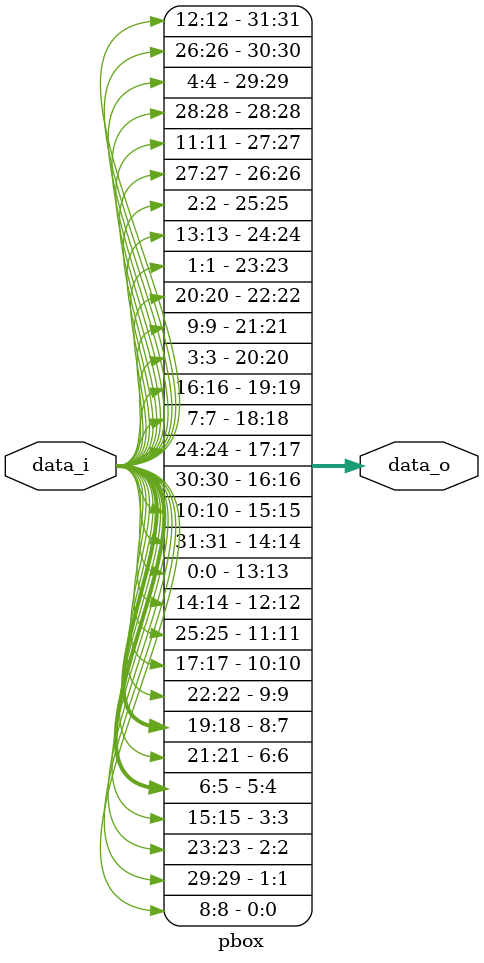
<source format=v>
module round (
	ptext_i,
	key_i,
	cipher_o
);
	parameter DATAW = 32;
	input wire [DATAW - 1:0] ptext_i;
	input wire [DATAW - 1:0] key_i;
	output wire [DATAW - 1:0] cipher_o;
	wire [DATAW - 1:0] addrdkey_o;
	wire [DATAW - 1:0] sbox_o;
	add_round_key step_addrdkey1(
		.ptext_i(ptext_i),
		.key_i(key_i),
		.mixed_o(addrdkey_o)
	);
	sbox step_sbox(
		.data_i(addrdkey_o),
		.data_o(sbox_o)
	);
	pbox step_pbox(
		.data_i(sbox_o),
		.data_o(cipher_o)
	);
endmodule
module add_round_key (
	ptext_i,
	key_i,
	mixed_o
);
	parameter DATAW = 32;
	input wire [DATAW - 1:0] ptext_i;
	input wire [DATAW - 1:0] key_i;
	output wire [DATAW - 1:0] mixed_o;
	assign mixed_o = ptext_i ^ key_i;
endmodule
module pbox (
	data_i,
	data_o
);
	parameter DATAW = 32;
	input wire [DATAW - 1:0] data_i;
	output wire [DATAW - 1:0] data_o;
	localparam signed [1023:0] pbox = 1024'h80000001d000000170000000f00000005000000060000001500000012000000130000001600000011000000190000000e000000000000001f0000000a0000001e000000180000000700000010000000030000000900000014000000010000000d000000020000001b0000000b0000001c000000040000001a0000000c;
	genvar _gv_i_1;
	generate
		for (_gv_i_1 = 0; _gv_i_1 < DATAW; _gv_i_1 = _gv_i_1 + 1) begin : genblk1
			localparam i = _gv_i_1;
			assign data_o[i] = data_i[pbox[(31 - i) * 32+:32]];
		end
	endgenerate
endmodule

</source>
